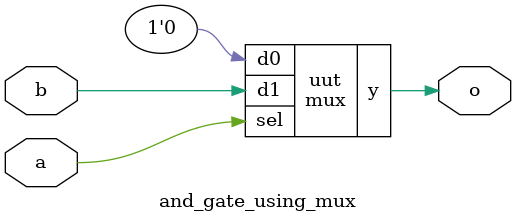
<source format=sv>

module mux
(
  input  d0, d1,
  input  sel,
  output y
);

  assign y = sel ? d1 : d0;

endmodule

//----------------------------------------------------------------------------
// Task
//----------------------------------------------------------------------------

module and_gate_using_mux
(
    input  a,
    input  b,
    output o
);

  // Task:
  // Implement and gate using instance(s) of mux,
  // constants 0 and 1, and wire connections

mux uut(
  .d0(0),
  .d1(b),
  .sel(a),
  .y(o)
);

endmodule

</source>
